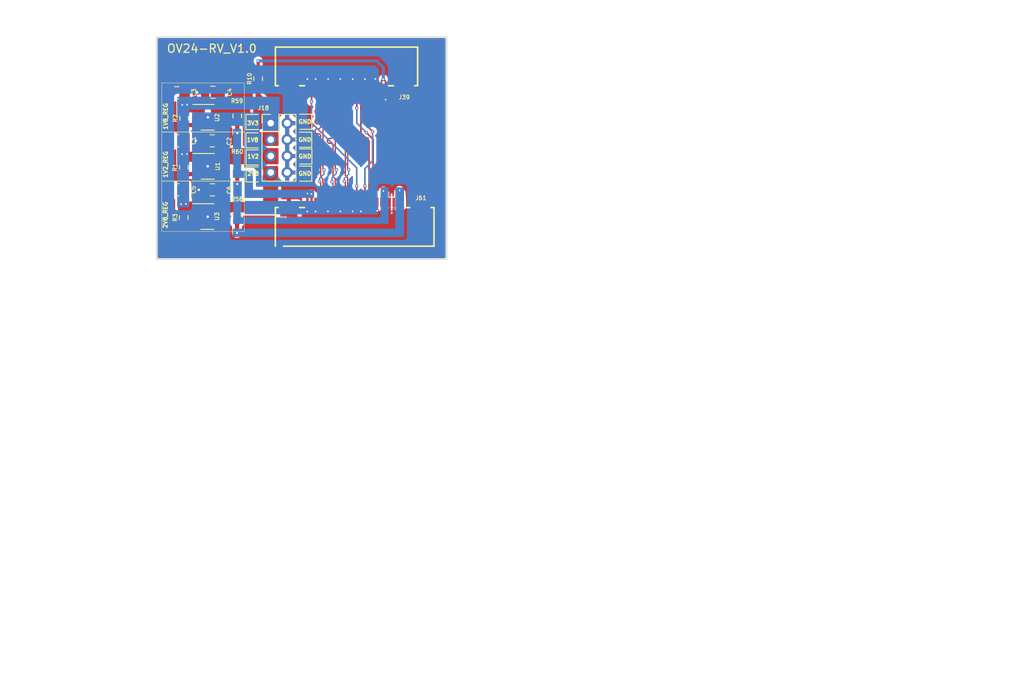
<source format=kicad_pcb>
(kicad_pcb (version 20241229) (generator "pcbnew") (generator_version "9.0")
  (layers (0 "F.Cu" jumper) (2 "B.Cu" signal) (13 "F.Paste" user) (15 "B.Paste" user) (5 "F.SilkS" user "F.Silkscreen") (7 "B.SilkS" user "B.Silkscreen") (1 "F.Mask" user) (3 "B.Mask" user) (25 "Edge.Cuts" user))
  (net 0 "")
  (net 1 "/MIPI_LVDS_CLK_P")
  (net 2 "/MIPI_LVDS_MCLK0")
  (net 3 "/MIPI_LVDS_D0_N")
  (net 4 "/MIPI_LVDS_D0_P")
  (net 5 "/MIPI_LVDS_RST")
  (net 6 "/MIPI_I2C_SCL")
  (net 7 "/MIPI_LVDS_D1_P")
  (net 8 "/MIPI_LVDS_CLK_N")
  (net 9 "/MIPI_LVDS_D1_N")
  (net 10 "Net-(J61-Pin_2)")
  (net 11 "/MIPI_I2C_SDA")
  (net 12 "/+3V3")
  (net 13 "GND")
  (net 17 "Net-(U1-EN)")
  (net 18 "Net-(U2-EN)")
  (net 19 "Net-(U3-EN)")
  (net 20 "VCC_3V3")
  (net 21 "AVDD2V8")
  (net 22 "DOVDD1V8")
  (net 23 "DVDD1V2")
  (net 24 "Net-(J61-Pin_23)")
  (net 25 "Net-(J61-Pin_19)")
  (footprint "Package_TO_SOT_SMD:SOT-23-5" (layer "F.Cu") (at 59.92375 75.55125)
    (property "Reference" "U1" (at 1.21 0 90) (layer "F.SilkS") (effects (font (size 0.5 0.5) (thickness 0.1))))
    (property "Value" "RT9080-12GJ5" (hide yes))
    (pad "1" smd roundrect (at -1.1375 -0.95) (size 1.325 0.6) (layers "F.Cu" "F.Mask" "F.Paste") (net 20 "VCC_3V3"))
    (pad "2" smd roundrect (at -1.1375 0) (size 1.325 0.6) (layers "F.Cu" "F.Mask" "F.Paste") (net 13 "GND"))
    (pad "3" smd roundrect (at -1.1375 0.95) (size 1.325 0.6) (layers "F.Cu" "F.Mask" "F.Paste") (net 17 "Net-(U1-EN)"))
    (pad "4" smd roundrect (at 1.1375 0.95) (size 1.325 0.6) (layers "F.Cu" "F.Mask" "F.Paste"))
    (pad "5" smd roundrect (at 1.1375 -0.95) (size 1.325 0.6) (layers "F.Cu" "F.Mask" "F.Paste") (net 23 "DVDD1V2"))
  )
  (footprint "Capacitor_SMD:C_0805_2012Metric" (layer "F.Cu") (at 56.15375 78.40125 180)
    (property "Reference" "C5" (at -2.04 -0.01 270) (layer "F.SilkS") (effects (font (size 0.5 0.5) (thickness 0.1))))
    (property "Value" "10uF" (hide yes))
    (pad "1" smd roundrect (at -0.95 0 180) (size 1 1.45) (layers "F.Cu" "F.Mask" "F.Paste") (net 20 "VCC_3V3"))
    (pad "2" smd roundrect (at 0.95 0 180) (size 1 1.45) (layers "F.Cu" "F.Mask" "F.Paste") (net 13 "GND"))
  )
  (footprint "Footprint Library:F32R1A7H111024" (layer "F.Cu") (at 77.29375 82.91625)
    (property "Reference" "J61" (at 8.56 -3.515 0) (layer "F.SilkS") (effects (font (size 0.5 0.5) (thickness 0.1) (bold yes))))
    (property "Value" "FFC SOCKET DR_BOTTOM 0.5MM -24P" (hide yes))
    (pad "1" smd rect (at -5.25 -3) (size 0.3 1.1) (layers "F.Cu" "F.Mask" "F.Paste") (net 13 "GND"))
    (pad "2" smd rect (at -4.75 -3) (size 0.3 1.1) (layers "F.Cu" "F.Mask" "F.Paste") (net 10 "Net-(J61-Pin_2)"))
    (pad "3" smd rect (at -4.25 -3) (size 0.3 1.1) (layers "F.Cu" "F.Mask" "F.Paste") (net 13 "GND"))
    (pad "4" smd rect (at -3.75 -3) (size 0.3 1.1) (layers "F.Cu" "F.Mask" "F.Paste") (net 3 "/MIPI_LVDS_D0_N"))
    (pad "5" smd rect (at -3.25 -3) (size 0.3 1.1) (layers "F.Cu" "F.Mask" "F.Paste") (net 4 "/MIPI_LVDS_D0_P"))
    (pad "6" smd rect (at -2.75 -3) (size 0.3 1.1) (layers "F.Cu" "F.Mask" "F.Paste") (net 13 "GND"))
    (pad "7" smd rect (at -2.25 -3) (size 0.3 1.1) (layers "F.Cu" "F.Mask" "F.Paste") (net 8 "/MIPI_LVDS_CLK_N"))
    (pad "8" smd rect (at -1.75 -3) (size 0.3 1.1) (layers "F.Cu" "F.Mask" "F.Paste") (net 1 "/MIPI_LVDS_CLK_P"))
    (pad "9" smd rect (at -1.25 -3) (size 0.3 1.1) (layers "F.Cu" "F.Mask" "F.Paste") (net 13 "GND"))
    (pad "10" smd rect (at -0.75 -3) (size 0.3 1.1) (layers "F.Cu" "F.Mask" "F.Paste") (net 9 "/MIPI_LVDS_D1_N"))
    (pad "11" smd rect (at -0.25 -3) (size 0.3 1.1) (layers "F.Cu" "F.Mask" "F.Paste") (net 7 "/MIPI_LVDS_D1_P"))
    (pad "12" smd rect (at 0.25 -3) (size 0.3 1.1) (layers "F.Cu" "F.Mask" "F.Paste") (net 13 "GND"))
    (pad "13" smd rect (at 0.75 -3) (size 0.3 1.1) (layers "F.Cu" "F.Mask" "F.Paste") (net 2 "/MIPI_LVDS_MCLK0"))
    (pad "14" smd rect (at 1.25 -3) (size 0.3 1.1) (layers "F.Cu" "F.Mask" "F.Paste") (net 13 "GND"))
    (pad "15" smd rect (at 1.75 -3) (size 0.3 1.1) (layers "F.Cu" "F.Mask" "F.Paste") (net 5 "/MIPI_LVDS_RST"))
    (pad "16" smd rect (at 2.25 -3) (size 0.3 1.1) (layers "F.Cu" "F.Mask" "F.Paste") (net 11 "/MIPI_I2C_SDA"))
    (pad "17" smd rect (at 2.75 -3) (size 0.3 1.1) (layers "F.Cu" "F.Mask" "F.Paste") (net 6 "/MIPI_I2C_SCL"))
    (pad "18" smd rect (at 3.25 -3) (size 0.3 1.1) (layers "F.Cu" "F.Mask" "F.Paste") (net 13 "GND"))
    (pad "19" smd rect (at 3.75 -3) (size 0.3 1.1) (layers "F.Cu" "F.Mask" "F.Paste") (net 25 "Net-(J61-Pin_19)"))
    (pad "20" smd rect (at 4.25 -3) (size 0.3 1.1) (layers "F.Cu" "F.Mask" "F.Paste") (net 25 "Net-(J61-Pin_19)"))
    (pad "21" smd rect (at 4.75 -3) (size 0.3 1.1) (layers "F.Cu" "F.Mask" "F.Paste") (net 13 "GND"))
    (pad "22" smd rect (at 5.25 -3) (size 0.3 1.1) (layers "F.Cu" "F.Mask" "F.Paste") (net 13 "GND"))
    (pad "23" smd rect (at 5.75 -3) (size 0.3 1.1) (layers "F.Cu" "F.Mask" "F.Paste") (net 24 "Net-(J61-Pin_23)"))
    (pad "24" smd rect (at 6.25 -3) (size 0.3 1.1) (layers "F.Cu" "F.Mask" "F.Paste") (net 24 "Net-(J61-Pin_23)"))
    (pad "25" smd rect (at -7.5 -2.05 90) (size 1.6 2.1) (layers "F.Cu" "F.Mask" "F.Paste") (net 13 "GND"))
    (pad "25" smd rect (at -7.1 -1.075 90) (size 0.35 1.3) (layers "F.Cu" "F.Mask" "F.Paste") (net 13 "GND"))
    (pad "26" smd rect (at 8.1 -1.075 90) (size 0.35 1.3) (layers "F.Cu" "F.Mask" "F.Paste") (net 13 "GND"))
    (pad "26" smd rect (at 8.5 -2.05 90) (size 1.6 2.1) (layers "F.Cu" "F.Mask" "F.Paste") (net 13 "GND"))
  )
  (footprint "Package_TO_SOT_SMD:SOT-23-5" (layer "F.Cu") (at 59.87375 81.66125)
    (property "Reference" "U3" (at 1.17 -0.02 90) (layer "F.SilkS") (effects (font (size 0.5 0.5) (thickness 0.1))))
    (property "Value" "RT9080-28GJ5" (hide yes))
    (pad "1" smd roundrect (at -1.1375 -0.95) (size 1.325 0.6) (layers "F.Cu" "F.Mask" "F.Paste") (net 20 "VCC_3V3"))
    (pad "2" smd roundrect (at -1.1375 0) (size 1.325 0.6) (layers "F.Cu" "F.Mask" "F.Paste") (net 13 "GND"))
    (pad "3" smd roundrect (at -1.1375 0.95) (size 1.325 0.6) (layers "F.Cu" "F.Mask" "F.Paste") (net 19 "Net-(U3-EN)"))
    (pad "4" smd roundrect (at 1.1375 0.95) (size 1.325 0.6) (layers "F.Cu" "F.Mask" "F.Paste"))
    (pad "5" smd roundrect (at 1.1375 -0.95) (size 1.325 0.6) (layers "F.Cu" "F.Mask" "F.Paste") (net 21 "AVDD2V8"))
  )
  (footprint "Capacitor_SMD:C_0805_2012Metric" (layer "F.Cu") (at 56.1425 72.44625 180)
    (property "Reference" "C1" (at -2.06125 0.015 90) (layer "F.SilkS") (effects (font (size 0.5 0.5) (thickness 0.1))))
    (property "Value" "10uF" (hide yes))
    (pad "1" smd roundrect (at -0.95 0 180) (size 1 1.45) (layers "F.Cu" "F.Mask" "F.Paste") (net 20 "VCC_3V3"))
    (pad "2" smd roundrect (at 0.95 0 180) (size 1 1.45) (layers "F.Cu" "F.Mask" "F.Paste") (net 13 "GND"))
  )
  (footprint "Capacitor_SMD:C_0805_2012Metric" (layer "F.Cu") (at 60.55375 66.54125 180)
    (property "Reference" "C4" (at -2.04 0 90) (layer "F.SilkS") (effects (font (size 0.5 0.5) (thickness 0.1))))
    (property "Value" "10uF" (hide yes))
    (pad "1" smd roundrect (at -0.95 0 180) (size 1 1.45) (layers "F.Cu" "F.Mask" "F.Paste") (net 22 "DOVDD1V8"))
    (pad "2" smd roundrect (at 0.95 0 180) (size 1 1.45) (layers "F.Cu" "F.Mask" "F.Paste") (net 13 "GND"))
  )
  (footprint "Connector_PinHeader_2.00mm:PinHeader_2x04_P2.00mm_Vertical" (layer "F.Cu") (at 67.58375 70.30125)
    (property "Reference" "J18" (at -0.89 -1.85 0) (layer "F.SilkS") (effects (font (size 0.5 0.5) (thickness 0.1) (bold yes))))
    (property "Value" "DNP")
    (pad "1" thru_hole rect (at 0 0) (size 1.35 1.35) (drill 0.8) (layers "*.Cu" "*.Mask") (net 20 "VCC_3V3"))
    (pad "2" thru_hole oval (at 2 0) (size 1.35 1.35) (drill 0.8) (layers "*.Cu" "*.Mask") (net 13 "GND"))
    (pad "3" thru_hole oval (at 0 2) (size 1.35 1.35) (drill 0.8) (layers "*.Cu" "*.Mask") (net 22 "DOVDD1V8"))
    (pad "4" thru_hole oval (at 2 2) (size 1.35 1.35) (drill 0.8) (layers "*.Cu" "*.Mask") (net 13 "GND"))
    (pad "5" thru_hole oval (at 0 4) (size 1.35 1.35) (drill 0.8) (layers "*.Cu" "*.Mask") (net 23 "DVDD1V2"))
    (pad "6" thru_hole oval (at 2 4) (size 1.35 1.35) (drill 0.8) (layers "*.Cu" "*.Mask") (net 13 "GND"))
    (pad "7" thru_hole oval (at 0 6) (size 1.35 1.35) (drill 0.8) (layers "*.Cu" "*.Mask") (net 21 "AVDD2V8"))
    (pad "8" thru_hole oval (at 2 6) (size 1.35 1.35) (drill 0.8) (layers "*.Cu" "*.Mask") (net 13 "GND"))
  )
  (footprint "Resistor_SMD:R_0603_1608Metric" (layer "F.Cu") (at 63.51375 69.41625 -90)
    (property "Reference" "R59" (at -1.815 0.03 180) (layer "F.SilkS") (effects (font (size 0.5 0.5) (thickness 0.1))))
    (property "Value" "0R")
    (pad "1" smd roundrect (at -0.825 0 270) (size 0.8 0.95) (layers "F.Cu" "F.Mask" "F.Paste") (net 22 "DOVDD1V8"))
    (pad "2" smd roundrect (at 0.825 0 270) (size 0.8 0.95) (layers "F.Cu" "F.Mask" "F.Paste") (net 10 "Net-(J61-Pin_2)"))
  )
  (footprint "Package_TO_SOT_SMD:SOT-23-5" (layer "F.Cu") (at 59.91 69.58625)
    (property "Reference" "U2" (at 1.16375 0.035 90) (layer "F.SilkS") (effects (font (size 0.5 0.5) (thickness 0.1))))
    (property "Value" "RT9080-18GJ5" (hide yes))
    (pad "1" smd roundrect (at -1.1375 -0.95) (size 1.325 0.6) (layers "F.Cu" "F.Mask" "F.Paste") (net 20 "VCC_3V3"))
    (pad "2" smd roundrect (at -1.1375 0) (size 1.325 0.6) (layers "F.Cu" "F.Mask" "F.Paste") (net 13 "GND"))
    (pad "3" smd roundrect (at -1.1375 0.95) (size 1.325 0.6) (layers "F.Cu" "F.Mask" "F.Paste") (net 18 "Net-(U2-EN)"))
    (pad "4" smd roundrect (at 1.1375 0.95) (size 1.325 0.6) (layers "F.Cu" "F.Mask" "F.Paste"))
    (pad "5" smd roundrect (at 1.1375 -0.95) (size 1.325 0.6) (layers "F.Cu" "F.Mask" "F.Paste") (net 22 "DOVDD1V8"))
  )
  (footprint "Capacitor_SMD:C_0805_2012Metric" (layer "F.Cu") (at 60.4625 72.44625 180)
    (property "Reference" "C2" (at -2.07125 -0.055 90) (layer "F.SilkS") (effects (font (size 0.5 0.5) (thickness 0.1))))
    (property "Value" "10uF" (hide yes))
    (pad "1" smd roundrect (at -0.95 0 180) (size 1 1.45) (layers "F.Cu" "F.Mask" "F.Paste") (net 23 "DVDD1V2"))
    (pad "2" smd roundrect (at 0.95 0 180) (size 1 1.45) (layers "F.Cu" "F.Mask" "F.Paste") (net 13 "GND"))
  )
  (footprint "Resistor_SMD:R_0603_1608Metric" (layer "F.Cu") (at 66.05375 64.89125 90)
    (property "Reference" "R10" (at 0 -1.05 90) (layer "F.SilkS") (effects (font (size 0.5 0.5) (thickness 0.1))))
    (property "Value" "0R")
    (pad "1" smd roundrect (at -0.825 0 90) (size 0.8 0.95) (layers "F.Cu" "F.Mask" "F.Paste") (net 20 "VCC_3V3"))
    (pad "2" smd roundrect (at 0.825 0 90) (size 0.8 0.95) (layers "F.Cu" "F.Mask" "F.Paste") (net 12 "/+3V3"))
  )
  (footprint "Footprint Library:F32R1A7H111020" (layer "F.Cu") (at 76.30375 63.39925 180)
    (property "Reference" "J39" (at -7.52 -3.752 0) (layer "F.SilkS") (effects (font (size 0.5 0.5) (thickness 0.1) (bold yes))))
    (property "Value" "FFC SOCKET DR_BOTTOM 0.5MM -20P" (hide yes))
    (pad "1" smd rect (at -5.25 -3 180) (size 0.3 1.1) (layers "F.Cu" "F.Mask" "F.Paste") (net 12 "/+3V3"))
    (pad "2" smd rect (at -4.75 -3 180) (size 0.3 1.1) (layers "F.Cu" "F.Mask" "F.Paste") (net 12 "/+3V3"))
    (pad "3" smd rect (at -4.25 -3 180) (size 0.3 1.1) (layers "F.Cu" "F.Mask" "F.Paste") (net 13 "GND"))
    (pad "4" smd rect (at -3.75 -3 180) (size 0.3 1.1) (layers "F.Cu" "F.Mask" "F.Paste") (net 13 "GND"))
    (pad "5" smd rect (at -3.25 -3 180) (size 0.3 1.1) (layers "F.Cu" "F.Mask" "F.Paste") (net 5 "/MIPI_LVDS_RST"))
    (pad "6" smd rect (at -2.75 -3 180) (size 0.3 1.1) (layers "F.Cu" "F.Mask" "F.Paste") (net 13 "GND"))
    (pad "7" smd rect (at -2.25 -3 180) (size 0.3 1.1) (layers "F.Cu" "F.Mask" "F.Paste") (net 11 "/MIPI_I2C_SDA"))
    (pad "8" smd rect (at -1.75 -3 180) (size 0.3 1.1) (layers "F.Cu" "F.Mask" "F.Paste") (net 6 "/MIPI_I2C_SCL"))
    (pad "9" smd rect (at -1.25 -3 180) (size 0.3 1.1) (layers "F.Cu" "F.Mask" "F.Paste") (net 13 "GND"))
    (pad "10" smd rect (at -0.75 -3 180) (size 0.3 1.1) (layers "F.Cu" "F.Mask" "F.Paste") (net 9 "/MIPI_LVDS_D1_N"))
    (pad "11" smd rect (at -0.25 -3 180) (size 0.3 1.1) (layers "F.Cu" "F.Mask" "F.Paste") (net 7 "/MIPI_LVDS_D1_P"))
    (pad "12" smd rect (at 0.25 -3 180) (size 0.3 1.1) (layers "F.Cu" "F.Mask" "F.Paste") (net 13 "GND"))
    (pad "13" smd rect (at 0.75 -3 180) (size 0.3 1.1) (layers "F.Cu" "F.Mask" "F.Paste") (net 8 "/MIPI_LVDS_CLK_N"))
    (pad "14" smd rect (at 1.25 -3 180) (size 0.3 1.1) (layers "F.Cu" "F.Mask" "F.Paste") (net 1 "/MIPI_LVDS_CLK_P"))
    (pad "15" smd rect (at 1.75 -3 180) (size 0.3 1.1) (layers "F.Cu" "F.Mask" "F.Paste") (net 13 "GND"))
    (pad "16" smd rect (at 2.25 -3 180) (size 0.3 1.1) (layers "F.Cu" "F.Mask" "F.Paste") (net 3 "/MIPI_LVDS_D0_N"))
    (pad "17" smd rect (at 2.75 -3 180) (size 0.3 1.1) (layers "F.Cu" "F.Mask" "F.Paste") (net 4 "/MIPI_LVDS_D0_P"))
    (pad "18" smd rect (at 3.25 -3 180) (size 0.3 1.1) (layers "F.Cu" "F.Mask" "F.Paste") (net 13 "GND"))
    (pad "19" smd rect (at 3.75 -3 180) (size 0.3 1.1) (layers "F.Cu" "F.Mask" "F.Paste") (net 2 "/MIPI_LVDS_MCLK0"))
    (pad "20" smd rect (at 4.25 -3 180) (size 0.3 1.1) (layers "F.Cu" "F.Mask" "F.Paste") (net 13 "GND"))
    (pad "21" smd rect (at -7.5 -2.05 270) (size 1.6 2.1) (layers "F.Cu" "F.Mask" "F.Paste") (net 13 "GND"))
    (pad "21" smd rect (at -7.1 -1.075 270) (size 0.35 1.3) (layers "F.Cu" "F.Mask" "F.Paste") (net 13 "GND"))
    (pad "22" smd rect (at 6.1 -1.075 270) (size 0.35 1.3) (layers "F.Cu" "F.Mask" "F.Paste") (net 13 "GND"))
    (pad "22" smd rect (at 6.5 -2.05 270) (size 1.6 2.1) (layers "F.Cu" "F.Mask" "F.Paste") (net 13 "GND"))
  )
  (footprint "Resistor_SMD:R_0603_1608Metric" (layer "F.Cu") (at 63.51375 75.66625 -90)
    (property "Reference" "R60" (at -1.9 0 180) (layer "F.SilkS") (effects (font (size 0.5 0.5) (thickness 0.1))))
    (property "Value" "0R")
    (pad "1" smd roundrect (at -0.825 0 270) (size 0.8 0.95) (layers "F.Cu" "F.Mask" "F.Paste") (net 23 "DVDD1V2"))
    (pad "2" smd roundrect (at 0.825 0 270) (size 0.8 0.95) (layers "F.Cu" "F.Mask" "F.Paste") (net 25 "Net-(J61-Pin_19)"))
  )
  (footprint "Resistor_SMD:R_0603_1608Metric" (layer "F.Cu") (at 57.01375 75.67125 -90)
    (property "Reference" "R1" (at 0.01 1.07 90) (layer "F.SilkS") (effects (font (size 0.5 0.5) (thickness 0.1))))
    (property "Value" "5K" (hide yes))
    (pad "1" smd roundrect (at -0.825 0 270) (size 0.8 0.95) (layers "F.Cu" "F.Mask" "F.Paste") (net 20 "VCC_3V3"))
    (pad "2" smd roundrect (at 0.825 0 270) (size 0.8 0.95) (layers "F.Cu" "F.Mask" "F.Paste") (net 17 "Net-(U1-EN)"))
  )
  (footprint "Resistor_SMD:R_0603_1608Metric" (layer "F.Cu") (at 57.0575 69.70625 -90)
    (property "Reference" "R2" (at -0.005 1.07375 90) (layer "F.SilkS") (effects (font (size 0.5 0.5) (thickness 0.1))))
    (property "Value" "5K" (hide yes))
    (pad "1" smd roundrect (at -0.825 0 270) (size 0.8 0.95) (layers "F.Cu" "F.Mask" "F.Paste") (net 20 "VCC_3V3"))
    (pad "2" smd roundrect (at 0.825 0 270) (size 0.8 0.95) (layers "F.Cu" "F.Mask" "F.Paste") (net 18 "Net-(U2-EN)"))
  )
  (footprint "Resistor_SMD:R_0603_1608Metric" (layer "F.Cu") (at 63.48375 81.38375 -90)
    (property "Reference" "R58" (at -1.8425 -0.01 180) (layer "F.SilkS") (effects (font (size 0.5 0.5) (thickness 0.1))))
    (property "Value" "0R")
    (pad "1" smd roundrect (at -0.825 0 270) (size 0.8 0.95) (layers "F.Cu" "F.Mask" "F.Paste") (net 21 "AVDD2V8"))
    (pad "2" smd roundrect (at 0.825 0 270) (size 0.8 0.95) (layers "F.Cu" "F.Mask" "F.Paste") (net 24 "Net-(J61-Pin_23)"))
  )
  (footprint "Resistor_SMD:R_0603_1608Metric" (layer "F.Cu") (at 57.00375 81.79125 -90)
    (property "Reference" "R3" (at 0 1.05 90) (layer "F.SilkS") (effects (font (size 0.5 0.5) (thickness 0.1))))
    (property "Value" "5K" (hide yes))
    (pad "1" smd roundrect (at -0.825 0 270) (size 0.8 0.95) (layers "F.Cu" "F.Mask" "F.Paste") (net 20 "VCC_3V3"))
    (pad "2" smd roundrect (at 0.825 0 270) (size 0.8 0.95) (layers "F.Cu" "F.Mask" "F.Paste") (net 19 "Net-(U3-EN)"))
  )
  (footprint "Capacitor_SMD:C_0805_2012Metric" (layer "F.Cu") (at 60.49375 78.41125 180)
    (property "Reference" "C6" (at -2.06 -0.03 90) (layer "F.SilkS") (effects (font (size 0.5 0.5) (thickness 0.1))))
    (property "Value" "10uF" (hide yes))
    (pad "1" smd roundrect (at -0.95 0 180) (size 1 1.45) (layers "F.Cu" "F.Mask" "F.Paste") (net 21 "AVDD2V8"))
    (pad "2" smd roundrect (at 0.95 0 180) (size 1 1.45) (layers "F.Cu" "F.Mask" "F.Paste") (net 13 "GND"))
  )
  (footprint "Capacitor_SMD:C_0805_2012Metric" (layer "F.Cu") (at 56.15375 66.60125 180)
    (property "Reference" "C3" (at -2.09 0.02 90) (layer "F.SilkS") (effects (font (size 0.5 0.5) (thickness 0.1))))
    (property "Value" "10uF" (hide yes))
    (pad "1" smd roundrect (at -0.95 0 180) (size 1 1.45) (layers "F.Cu" "F.Mask" "F.Paste") (net 20 "VCC_3V3"))
    (pad "2" smd roundrect (at 0.95 0 180) (size 1 1.45) (layers "F.Cu" "F.Mask" "F.Paste") (net 13 "GND"))
  )
  (gr_line (start 72.58375 71.05125) (end 72.58375 69.21125) (stroke (width 0.12)) (layer "F.SilkS"))
  (gr_line (start 71.09375 77.36125) (end 72.57375 77.36125) (stroke (width 0.12)) (layer "F.SilkS"))
  (gr_line (start 66.04375 69.24125) (end 64.56375 69.24125) (stroke (width 0.12)) (layer "F.SilkS"))
  (gr_line (start 71.11375 75.27125) (end 72.59375 75.27125) (stroke (width 0.12)) (layer "F.SilkS"))
  (gr_line (start 72.57375 73.24125) (end 72.57375 71.40125) (stroke (width 0.12)) (layer "F.SilkS"))
  (gr_line (start 72.57375 77.36125) (end 72.57375 75.52125) (stroke (width 0.12)) (layer "F.SilkS"))
  (gr_line (start 72.57375 75.52125) (end 71.07375 75.52125) (stroke (width 0.12)) (layer "F.SilkS"))
  (gr_line (start 66.06375 73.55125) (end 64.58375 73.55125) (stroke (width 0.12)) (layer "F.SilkS"))
  (gr_line (start 64.56375 73.31125) (end 66.06375 73.31125) (stroke (width 0.12)) (layer "F.SilkS"))
  (gr_line (start 71.09375 73.24125) (end 72.57375 73.24125) (stroke (width 0.12)) (layer "F.SilkS"))
  (gr_line (start 64.56375 69.24125) (end 64.56375 71.08125) (stroke (width 0.12)) (layer "F.SilkS"))
  (gr_rect (start 54.32375 71.38125) (end 64.37375 77.35125) (stroke (width 0.05)) (fill no) (layer "F.SilkS"))
  (gr_line (start 64.58375 75.39125) (end 66.08375 75.39125) (stroke (width 0.12)) (layer "F.SilkS"))
  (gr_line (start 72.57375 71.40125) (end 71.07375 71.40125) (stroke (width 0.12)) (layer "F.SilkS"))
  (gr_line (start 66.07375 75.61125) (end 64.59375 75.61125) (stroke (width 0.12)) (layer "F.SilkS"))
  (gr_line (start 64.58375 73.55125) (end 64.58375 75.39125) (stroke (width 0.12)) (layer "F.SilkS"))
  (gr_line (start 71.10375 71.05125) (end 72.58375 71.05125) (stroke (width 0.12)) (layer "F.SilkS"))
  (gr_line (start 72.59375 73.43125) (end 71.09375 73.43125) (stroke (width 0.12)) (layer "F.SilkS"))
  (gr_line (start 64.56375 71.47125) (end 64.56375 73.31125) (stroke (width 0.12)) (layer "F.SilkS"))
  (gr_line (start 66.04375 71.47125) (end 64.56375 71.47125) (stroke (width 0.12)) (layer "F.SilkS"))
  (gr_line (start 64.59375 77.45125) (end 66.09375 77.45125) (stroke (width 0.12)) (layer "F.SilkS"))
  (gr_line (start 64.56375 71.08125) (end 66.06375 71.08125) (stroke (width 0.12)) (layer "F.SilkS"))
  (gr_line (start 72.59375 75.27125) (end 72.59375 73.43125) (stroke (width 0.12)) (layer "F.SilkS"))
  (gr_rect (start 54.32375 65.41125) (end 64.37375 71.38125) (stroke (width 0.05)) (fill no) (layer "F.SilkS"))
  (gr_rect (start 54.32375 77.35125) (end 64.37375 83.48125) (stroke (width 0.05)) (fill no) (layer "F.SilkS"))
  (gr_line (start 64.59375 75.61125) (end 64.59375 77.45125) (stroke (width 0.12)) (layer "F.SilkS"))
  (gr_line (start 72.58375 69.21125) (end 71.08375 69.21125) (stroke (width 0.12)) (layer "F.SilkS"))
  (gr_rect (start 53.68625 59.80125) (end 89.00375 86.87125) (stroke (width 0.1)) (fill no) (layer "Edge.Cuts"))
  (gr_text "1V2" (at 64.66375 74.65125 0) (layer "F.SilkS") (effects (font (size 0.5 0.5) (thickness 0.125) (bold yes)) (justify left bottom)))
  (gr_text "OV24-RV_V1.0" (at 54.87375 61.81125 0) (layer "F.SilkS") (effects (font (size 1 1)) (justify left bottom)))
  (gr_text "GND" (at 70.91375 74.64125 0) (layer "F.SilkS") (effects (font (size 0.5 0.5) (thickness 0.125) (bold yes)) (justify left bottom)))
  (gr_text "1V8_REG" (at 55.09375 71.16125 90) (layer "F.SilkS") (effects (font (size 0.5 0.5) (thickness 0.125) (bold yes)) (justify left bottom)))
  (gr_text "3V3" (at 64.63375 70.59125 0) (layer "F.SilkS") (effects (font (size 0.5 0.5) (thickness 0.125) (bold yes)) (justify left bottom)))
  (gr_text "2V8_REG" (at 55.06375 83.16125 90) (layer "F.SilkS") (effects (font (size 0.5 0.5) (thickness 0.125) (bold yes)) (justify left bottom)))
  (gr_text "GND" (at 70.89375 72.61125 0) (layer "F.SilkS") (effects (font (size 0.5 0.5) (thickness 0.125) (bold yes)) (justify left bottom)))
  (gr_text "2V8" (at 64.67375 76.73125 0) (layer "F.SilkS") (effects (font (size 0.5 0.5) (thickness 0.125) (bold yes)) (justify left bottom)))
  (gr_text "1V8" (at 64.60375 72.63125 0) (layer "F.SilkS") (effects (font (size 0.5 0.5) (thickness 0.125) (bold yes)) (justify left bottom)))
  (gr_text "GND" (at 70.89375 76.73125 0) (layer "F.SilkS") (effects (font (size 0.5 0.5) (thickness 0.125) (bold yes)) (justify left bottom)))
  (gr_text "1V2_REG" (at 55.09375 77.01125 90) (layer "F.SilkS") (effects (font (size 0.5 0.5) (thickness 0.125) (bold yes)) (justify left bottom)))
  (gr_text "GND" (at 70.90375 70.42125 0) (layer "F.SilkS") (effects (font (size 0.5 0.5) (thickness 0.125) (bold yes)) (justify left bottom)))
  (segment (start 75.43345 78.980949) (end 75.54375 79.091249) (width 0.1524) (layer "F.Cu") (net 1))
  (segment (start 74.86405 69.760433) (end 74.771045 69.760433) (width 0.1524) (layer "F.Cu") (net 1))
  (segment (start 74.771048 71.560433) (end 74.86405 71.560433) (width 0.1524) (layer "F.Cu") (net 1))
  (segment (start 74.77104 69.160433) (end 74.86405 69.160433) (width 0.1524) (layer "F.Cu") (net 1))
  (segment (start 75.54375 79.091249) (end 75.54375 79.91625) (width 0.1524) (layer "F.Cu") (net 1))
  (segment (start 75.43345 77.06095) (end 75.43345 78.980949) (width 0.1524) (layer "F.Cu") (net 1))
  (segment (start 75.16405 73.060433) (end 75.16405 73.084259) (width 0.1524) (layer "F.Cu") (net 1))
  (segment (start 75.16405 67.334551) (end 75.16405 68.260433) (width 0.1524) (layer "F.Cu") (net 1))
  (segment (start 75.05375 67.224251) (end 75.16405 67.334551) (width 0.1524) (layer "F.Cu") (net 1))
  (segment (start 75.05375 66.39925) (end 75.05375 67.224251) (width 0.1524) (layer "F.Cu") (net 1))
  (segment (start 74.86405 68.560433) (end 74.77104 68.560433) (width 0.1524) (layer "F.Cu") (net 1))
  (segment (start 74.771045 70.360433) (end 74.86405 70.360433) (width 0.1524) (layer "F.Cu") (net 1))
  (segment (start 74.77105 72.760433) (end 74.86405 72.760433) (width 0.1524) (layer "F.Cu") (net 1))
  (segment (start 74.86405 72.160433) (end 74.77105 72.160433) (width 0.1524) (layer "F.Cu") (net 1))
  (segment (start 75.16405 76.79155) (end 75.43345 77.06095) (width 0.1524) (layer "F.Cu") (net 1))
  (segment (start 74.86405 70.960433) (end 74.771048 70.960433) (width 0.1524) (layer "F.Cu") (net 1))
  (segment (start 75.16405 73.084259) (end 75.16405 76.79155) (width 0.1524) (layer "F.Cu") (net 1))
  (arc (start 74.471045 70.060433) (mid 74.558913 70.272565) (end 74.771045 70.360433) (width 0.1524) (layer "F.Cu") (net 1))
  (arc (start 75.16405 71.860433) (mid 75.076182 72.072565) (end 74.86405 72.160433) (width 0.1524) (layer "F.Cu") (net 1))
  (arc (start 74.86405 70.360433) (mid 75.076182 70.448301) (end 75.16405 70.660433) (width 0.1524) (layer "F.Cu") (net 1))
  (arc (start 74.471048 71.260433) (mid 74.558916 71.472565) (end 74.771048 71.560433) (width 0.1524) (layer "F.Cu") (net 1))
  (arc (start 74.47105 72.460433) (mid 74.558918 72.672565) (end 74.77105 72.760433) (width 0.1524) (layer "F.Cu") (net 1))
  (arc (start 74.86405 72.760433) (mid 75.076182 72.848301) (end 75.16405 73.060433) (width 0.1524) (layer "F.Cu") (net 1))
  (arc (start 74.47104 68.860433) (mid 74.558908 69.072565) (end 74.77104 69.160433) (width 0.1524) (layer "F.Cu") (net 1))
  (arc (start 75.16405 68.260433) (mid 75.076182 68.472565) (end 74.86405 68.560433) (width 0.1524) (layer "F.Cu") (net 1))
  (arc (start 74.771048 70.960433) (mid 74.558916 71.048301) (end 74.471048 71.260433) (width 0.1524) (layer "F.Cu") (net 1))
  (arc (start 74.77104 68.560433) (mid 74.558908 68.648301) (end 74.47104 68.860433) (width 0.1524) (layer "F.Cu") (net 1))
  (arc (start 75.16405 70.660433) (mid 75.076182 70.872565) (end 74.86405 70.960433) (width 0.1524) (layer "F.Cu") (net 1))
  (arc (start 74.771045 69.760433) (mid 74.558913 69.848301) (end 74.471045 70.060433) (width 0.1524) (layer "F.Cu") (net 1))
  (arc (start 74.86405 71.560433) (mid 75.076182 71.648301) (end 75.16405 71.860433) (width 0.1524) (layer "F.Cu") (net 1))
  (arc (start 74.77105 72.160433) (mid 74.558918 72.248301) (end 74.47105 72.460433) (width 0.1524) (layer "F.Cu") (net 1))
  (arc (start 75.16405 69.460433) (mid 75.076182 69.672565) (end 74.86405 69.760433) (width 0.1524) (layer "F.Cu") (net 1))
  (arc (start 74.86405 69.160433) (mid 75.076182 69.248301) (end 75.16405 69.460433) (width 0.1524) (layer "F.Cu") (net 1))
  (segment (start 72.55375 66.39925) (end 72.55375 67.66125) (width 0.2) (layer "F.Cu") (net 2))
  (segment (start 72.55375 67.66125) (end 72.54375 67.67125) (width 0.2) (layer "F.Cu") (net 2))
  (segment (start 78.04375 79.91625) (end 78.04375 77.94125) (width 0.2) (layer "F.Cu") (net 2))
  (via (at 78.04375 77.94125) (size 0.4) (drill 0.2) (layers "F.Cu" "B.Cu") (net 2))
  (via (at 72.54375 67.67125) (size 0.4) (drill 0.2) (layers "F.Cu" "B.Cu") (net 2))
  (segment (start 72.54375 70.25125) (end 72.54375 67.67125) (width 0.2) (layer "B.Cu") (net 2))
  (segment (start 78.04375 77.94125) (end 78.04375 75.75125) (width 0.2) (layer "B.Cu") (net 2))
  (segment (start 78.04375 75.75125) (end 72.54375 70.25125) (width 0.2) (layer "B.Cu") (net 2))
  (segment (start 74.06725 75.99125) (end 73.94345 75.86745) (width 0.1524) (layer "F.Cu") (net 3))
  (segment (start 73.94345 75.86745) (end 73.94345 67.334551) (width 0.1524) (layer "F.Cu") (net 3))
  (segment (start 73.94345 67.334551) (end 74.05375 67.224251) (width 0.1524) (layer "F.Cu") (net 3))
  (segment (start 73.54375 79.091249) (end 73.54375 79.91625) (width 0.1524) (layer "F.Cu") (net 3))
  (segment (start 73.65405 78.980949) (end 73.54375 79.091249) (width 0.1524) (layer "F.Cu") (net 3))
  (segment (start 74.05375 67.224251) (end 74.05375 66.39925) (width 0.1524) (layer "F.Cu") (net 3))
  (segment (start 73.53025 77.40125) (end 73.65405 77.52505) (width 0.1524) (layer "F.Cu") (net 3))
  (segment (start 73.65405 77.52505) (end 73.65405 78.980949) (width 0.1524) (layer "F.Cu") (net 3))
  (via (at 74.06725 75.99125) (size 0.4) (drill 0.2) (layers "F.Cu" "B.Cu") (net 3))
  (via (at 73.53025 77.40125) (size 0.4) (drill 0.2) (layers "F.Cu" "B.Cu") (net 3))
  (segment (start 74.06725 76.48775) (end 73.53025 77.02475) (width 0.1524) (layer "B.Cu") (net 3))
  (segment (start 73.53025 77.02475) (end 73.53025 77.40125) (width 0.1524) (layer "B.Cu") (net 3))
  (segment (start 74.06725 75.99125) (end 74.06725 76.48775) (width 0.1524) (layer "B.Cu") (net 3))
  (segment (start 73.271024 69.189647) (end 73.36405 69.189647) (width 0.1524) (layer "F.Cu") (net 4))
  (segment (start 73.36405 68.589647) (end 73.271024 68.589647) (width 0.1524) (layer "F.Cu") (net 4))
  (segment (start 73.66405 73.113472) (end 73.66405 76.85155) (width 0.1524) (layer "F.Cu") (net 4))
  (segment (start 73.93345 77.12095) (end 73.93345 78.980949) (width 0.1524) (layer "F.Cu") (net 4))
  (segment (start 73.93345 78.980949) (end 74.04375 79.091249) (width 0.1524) (layer "F.Cu") (net 4))
  (segment (start 73.66405 67.334551) (end 73.66405 68.289647) (width 0.1524) (layer "F.Cu") (net 4))
  (segment (start 73.66405 73.089647) (end 73.66405 73.113472) (width 0.1524) (layer "F.Cu") (net 4))
  (segment (start 73.55375 67.224251) (end 73.66405 67.334551) (width 0.1524) (layer "F.Cu") (net 4))
  (segment (start 73.271024 70.389647) (end 73.36405 70.389647) (width 0.1524) (layer "F.Cu") (net 4))
  (segment (start 74.04375 79.091249) (end 74.04375 79.91625) (width 0.1524) (layer "F.Cu") (net 4))
  (segment (start 73.271024 72.789647) (end 73.36405 72.789647) (width 0.1524) (layer "F.Cu") (net 4))
  (segment (start 73.36405 69.789647) (end 73.271024 69.789647) (width 0.1524) (layer "F.Cu") (net 4))
  (segment (start 73.36405 70.989647) (end 73.271024 70.989647) (width 0.1524) (layer "F.Cu") (net 4))
  (segment (start 73.271024 71.589647) (end 73.36405 71.589647) (width 0.1524) (layer "F.Cu") (net 4))
  (segment (start 73.36405 72.189647) (end 73.271024 72.189647) (width 0.1524) (layer "F.Cu") (net 4))
  (segment (start 73.66405 76.85155) (end 73.93345 77.12095) (width 0.1524) (layer "F.Cu") (net 4))
  (segment (start 73.55375 66.39925) (end 73.55375 67.224251) (width 0.1524) (layer "F.Cu") (net 4))
  (arc (start 73.36405 72.789647) (mid 73.576182 72.877515) (end 73.66405 73.089647) (width 0.1524) (layer "F.Cu") (net 4))
  (arc (start 72.971024 71.289647) (mid 73.058892 71.501779) (end 73.271024 71.589647) (width 0.1524) (layer "F.Cu") (net 4))
  (arc (start 72.971024 68.889647) (mid 73.058892 69.101779) (end 73.271024 69.189647) (width 0.1524) (layer "F.Cu") (net 4))
  (arc (start 73.36405 69.189647) (mid 73.576182 69.277515) (end 73.66405 69.489647) (width 0.1524) (layer "F.Cu") (net 4))
  (arc (start 72.971024 72.489647) (mid 73.058892 72.701779) (end 73.271024 72.789647) (width 0.1524) (layer "F.Cu") (net 4))
  (arc (start 73.66405 68.289647) (mid 73.576182 68.501779) (end 73.36405 68.589647) (width 0.1524) (layer "F.Cu") (net 4))
  (arc (start 73.36405 70.389647) (mid 73.576182 70.477515) (end 73.66405 70.689647) (width 0.1524) (layer "F.Cu") (net 4))
  (arc (start 73.271024 69.789647) (mid 73.058892 69.877515) (end 72.971024 70.089647) (width 0.1524) (layer "F.Cu") (net 4))
  (arc (start 72.971024 70.089647) (mid 73.058892 70.301779) (end 73.271024 70.389647) (width 0.1524) (layer "F.Cu") (net 4))
  (arc (start 73.271024 68.589647) (mid 73.058892 68.677515) (end 72.971024 68.889647) (width 0.1524) (layer "F.Cu") (net 4))
  (arc (start 73.66405 69.489647) (mid 73.576182 69.701779) (end 73.36405 69.789647) (width 0.1524) (layer "F.Cu") (net 4))
  (arc (start 73.271024 72.189647) (mid 73.058892 72.277515) (end 72.971024 72.489647) (width 0.1524) (layer "F.Cu") (net 4))
  (arc (start 73.66405 71.889647) (mid 73.576182 72.101779) (end 73.36405 72.189647) (width 0.1524) (layer "F.Cu") (net 4))
  (arc (start 73.36405 71.589647) (mid 73.576182 71.677515) (end 73.66405 71.889647) (width 0.1524) (layer "F.Cu") (net 4))
  (arc (start 73.271024 70.989647) (mid 73.058892 71.077515) (end 72.971024 71.289647) (width 0.1524) (layer "F.Cu") (net 4))
  (arc (start 73.66405 70.689647) (mid 73.576182 70.901779) (end 73.36405 70.989647) (width 0.1524) (layer "F.Cu") (net 4))
  (segment (start 79.55375 70.89125) (end 79.97375 71.31125) (width 0.2) (layer "F.Cu") (net 5))
  (segment (start 79.55375 66.39925) (end 79.55375 70.89125) (width 0.2) (layer "F.Cu") (net 5))
  (segment (start 79.04375 79.91625) (end 79.04375 77.93125) (width 0.2) (layer "F.Cu") (net 5))
  (via (at 79.04375 77.93125) (size 0.4) (drill 0.2) (layers "F.Cu" "B.Cu") (net 5))
  (via (at 79.97375 71.31125) (size 0.4) (drill 0.2) (layers "F.Cu" "B.Cu") (net 5))
  (segment (start 79.04375 75.83125) (end 79.97375 74.90125) (width 0.2) (layer "B.Cu") (net 5))
  (segment (start 79.97375 74.90125) (end 79.97375 71.31125) (width 0.2) (layer "B.Cu") (net 5))
  (segment (start 79.04375 77.93125) (end 79.04375 75.83125) (width 0.2) (layer "B.Cu") (net 5))
  (segment (start 80.04375 72.27125) (end 79.22375 71.45125) (width 0.2) (layer "F.Cu") (net 6))
  (segment (start 80.04375 79.91625) (end 80.04375 72.27125) (width 0.2) (layer "F.Cu") (net 6))
  (segment (start 78.05375 68.47125) (end 78.05375 66.39925) (width 0.2) (layer "F.Cu") (net 6))
  (via (at 79.22375 71.45125) (size 0.4) (drill 0.2) (layers "F.Cu" "B.Cu") (net 6))
  (via (at 78.05375 68.47125) (size 0.4) (drill 0.2) (layers "F.Cu" "B.Cu") (net 6))
  (segment (start 78.05375 70.28125) (end 78.05375 68.47125) (width 0.2) (layer "B.Cu") (net 6))
  (segment (start 79.22375 71.45125) (end 78.05375 70.28125) (width 0.2) (layer "B.Cu") (net 6))
  (segment (start 76.93345 78.980949) (end 77.04375 79.091249) (width 0.1524) (layer "F.Cu") (net 7))
  (segment (start 76.66405 73.41302) (end 76.66405 76.65155) (width 0.1524) (layer "F.Cu") (net 7))
  (segment (start 76.36405 72.148478) (end 76.271121 72.148478) (width 0.1524) (layer "F.Cu") (net 7))
  (segment (start 76.36405 70.948478) (end 76.271137 70.948478) (width 0.1524) (layer "F.Cu") (net 7))
  (segment (start 76.93345 76.92095) (end 76.93345 78.980949) (width 0.1524) (layer "F.Cu") (net 7))
  (segment (start 76.36405 69.748478) (end 76.271137 69.748478) (width 0.1524) (layer "F.Cu") (net 7))
  (segment (start 76.55375 66.39925) (end 76.55375 67.224251) (width 0.1524) (layer "F.Cu") (net 7))
  (segment (start 76.55375 67.224251) (end 76.66405 67.334551) (width 0.1524) (layer "F.Cu") (net 7))
  (segment (start 76.66405 73.048478) (end 76.66405 73.41302) (width 0.1524) (layer "F.Cu") (net 7))
  (segment (start 76.271121 72.748478) (end 76.36405 72.748478) (width 0.1524) (layer "F.Cu") (net 7))
  (segment (start 76.271137 71.548478) (end 76.36405 71.548478) (width 0.1524) (layer "F.Cu") (net 7))
  (segment (start 76.271137 70.348478) (end 76.36405 70.348478) (width 0.1524) (layer "F.Cu") (net 7))
  (segment (start 77.04375 79.091249) (end 77.04375 79.91625) (width 0.1524) (layer "F.Cu") (net 7))
  (segment (start 76.36405 68.548478) (end 76.271137 68.548478) (width 0.1524) (layer "F.Cu") (net 7))
  (segment (start 76.271137 69.148478) (end 76.36405 69.148478) (width 0.1524) (layer "F.Cu") (net 7))
  (segment (start 76.66405 67.334551) (end 76.66405 68.248478) (width 0.1524) (layer "F.Cu") (net 7))
  (segment (start 76.66405 76.65155) (end 76.93345 76.92095) (width 0.1524) (layer "F.Cu") (net 7))
  (arc (start 76.36405 69.148478) (mid 76.576182 69.236346) (end 76.66405 69.448478) (width 0.1524) (layer "F.Cu") (net 7))
  (arc (start 76.36405 71.548478) (mid 76.576182 71.636346) (end 76.66405 71.848478) (width 0.1524) (layer "F.Cu") (net 7))
  (arc (start 76.36405 70.348478) (mid 76.576182 70.436346) (end 76.66405 70.648478) (width 0.1524) (layer "F.Cu") (net 7))
  (arc (start 76.271137 70.948478) (mid 76.059005 71.036346) (end 75.971137 71.248478) (width 0.1524) (layer "F.Cu") (net 7))
  (arc (start 75.971121 72.448478) (mid 76.058989 72.66061) (end 76.271121 72.748478) (width 0.1524) (layer "F.Cu") (net 7))
  (arc (start 76.271121 72.148478) (mid 76.058989 72.236346) (end 75.971121 72.448478) (width 0.1524) (layer "F.Cu") (net 7))
  (arc (start 76.271137 68.548478) (mid 76.059005 68.636346) (end 75.971137 68.848478) (width 0.1524) (layer "F.Cu") (net 7))
  (arc (start 75.971137 68.848478) (mid 76.059005 69.06061) (end 76.271137 69.148478) (width 0.1524) (layer "F.Cu") (net 7))
  (arc (start 75.971137 71.248478) (mid 76.059005 71.46061) (end 76.271137 71.548478) (width 0.1524) (layer "F.Cu") (net 7))
  (arc (start 75.971137 70.048478) (mid 76.059005 70.26061) (end 76.271137 70.348478) (width 0.1524) (layer "F.Cu") (net 7))
  (arc (start 76.271137 69.748478) (mid 76.059005 69.836346) (end 75.971137 70.048478) (width 0.1524) (layer "F.Cu") (net 7))
  (arc (start 76.66405 69.448478) (mid 76.576182 69.66061) (end 76.36405 69.748478) (width 0.1524) (layer "F.Cu") (net 7))
  (arc (start 76.66405 70.648478) (mid 76.576182 70.86061) (end 76.36405 70.948478) (width 0.1524) (layer "F.Cu") (net 7))
  (arc (start 76.66405 71.848478) (mid 76.576182 72.06061) (end 76.36405 72.148478) (width 0.1524) (layer "F.Cu") (net 7))
  (arc (start 76.36405 72.748478) (mid 76.576182 72.836346) (end 76.66405 73.048478) (width 0.1524) (layer "F.Cu") (net 7))
  (arc (start 76.66405 68.248478) (mid 76.576182 68.46061) (end 76.36405 68.548478) (width 0.1524) (layer "F.Cu") (net 7))
  (segment (start 75.56725 75.97125) (end 75.44345 75.84745) (width 0.1524) (layer "F.Cu") (net 8))
  (segment (start 75.15405 78.980949) (end 75.04375 79.091249) (width 0.1524) (layer "F.Cu") (net 8))
  (segment (start 75.44345 75.84745) (end 75.44345 67.334551) (width 0.1524) (layer "F.Cu") (net 8))
  (segment (start 75.04375 79.091249) (end 75.04375 79.91625) (width 0.1524) (layer "F.Cu") (net 8))
  (segment (start 75.15405 77.56505) (end 75.15405 78.980949) (width 0.1524) (layer "F.Cu") (net 8))
  (segment (start 75.03025 77.44125) (end 75.15405 77.56505) (width 0.1524) (layer "F.Cu") (net 8))
  (segment (start 75.44345 67.334551) (end 75.55375 67.224251) (width 0.1524) (layer "F.Cu") (net 8))
  (segment (start 75.55375 67.224251) (end 75.55375 66.39925) (width 0.1524) (layer "F.Cu") (net 8))
  (via (at 75.56725 75.97125) (size 0.4) (drill 0.2) (layers "F.Cu" "B.Cu") (net 8))
  (via (at 75.03025 77.44125) (size 0.4) (drill 0.2) (layers "F.Cu" "B.Cu") (net 8))
  (segment (start 75.56725 76.40775) (end 75.03025 76.94475) (width 0.1524) (layer "B.Cu") (net 8))
  (segment (start 75.03025 76.94475) (end 75.03025 77.44125) (width 0.1524) (layer "B.Cu") (net 8))
  (segment (start 75.56725 75.97125) (end 75.56725 76.40775) (width 0.1524) (layer "B.Cu") (net 8))
  (segment (start 76.54375 79.091249) (end 76.54375 79.91625) (width 0.1524) (layer "F.Cu") (net 9))
  (segment (start 76.65405 78.980949) (end 76.54375 79.091249) (width 0.1524) (layer "F.Cu") (net 9))
  (segment (start 76.65405 77.51505) (end 76.65405 78.980949) (width 0.1524) (layer "F.Cu") (net 9))
  (segment (start 77.06725 75.95125) (end 76.94345 75.82745) (width 0.1524) (layer "F.Cu") (net 9))
  (segment (start 76.94345 67.334551) (end 77.05375 67.224251) (width 0.1524) (layer "F.Cu") (net 9))
  (segment (start 76.53025 77.39125) (end 76.65405 77.51505) (width 0.1524) (layer "F.Cu") (net 9))
  (segment (start 77.05375 67.224251) (end 77.05375 66.39925) (width 0.1524) (layer "F.Cu") (net 9))
  (segment (start 76.94345 75.82745) (end 76.94345 67.334551) (width 0.1524) (layer "F.Cu") (net 9))
  (via (at 77.06725 75.95125) (size 0.4) (drill 0.2) (layers "F.Cu" "B.Cu") (net 9))
  (via (at 76.53025 77.39125) (size 0.4) (drill 0.2) (layers "F.Cu" "B.Cu") (net 9))
  (segment (start 77.06725 76.50775) (end 76.53025 77.04475) (width 0.1524) (layer "B.Cu") (net 9))
  (segment (start 76.53025 77.04475) (end 76.53025 77.39125) (width 0.1524) (layer "B.Cu") (net 9))
  (segment (start 77.06725 75.95125) (end 77.06725 76.50775) (width 0.1524) (layer "B.Cu") (net 9))
  (segment (start 72.54375 79.91625) (end 72.54375 78.92125) (width 0.2) (layer "F.Cu") (net 10))
  (segment (start 72.54375 78.92125) (end 72.53375 78.91125) (width 0.2) (layer "F.Cu") (net 10))
  (segment (start 63.51375 70.24125) (end 63.51375 71.52625) (width 0.508) (layer "F.Cu") (net 10))
  (via (at 63.51375 71.52625) (size 0.508) (drill 0.254) (layers "F.Cu" "B.Cu") (net 10))
  (via (at 72.53375 78.91125) (size 0.4) (drill 0.2) (layers "F.Cu" "B.Cu") (net 10))
  (segment (start 79.54375 72.48125) (end 79.54375 79.91625) (width 0.2) (layer "F.Cu") (net 11))
  (segment (start 78.55375 71.49125) (end 79.54375 72.48125) (width 0.2) (layer "F.Cu") (net 11))
  (segment (start 78.55375 66.39925) (end 78.55375 71.49125) (width 0.2) (layer "F.Cu") (net 11))
  (segment (start 81.55375 65.21125) (end 81.55375 66.39925) (width 0.2) (layer "F.Cu") (net 12))
  (segment (start 81.28375 64.94125) (end 81.05375 65.17125) (width 0.2) (layer "F.Cu") (net 12))
  (segment (start 66.05375 62.73125) (end 66.05375 64.06625) (width 0.381) (layer "F.Cu") (net 12))
  (segment (start 81.05375 65.17125) (end 81.05375 66.39925) (width 0.2) (layer "F.Cu") (net 12))
  (segment (start 81.28375 64.94125) (end 81.55375 65.21125) (width 0.2) (layer "F.Cu") (net 12))
  (via (at 81.28375 64.94125) (size 0.4) (drill 0.2) (layers "F.Cu" "B.Cu") (net 12))
  (via (at 66.05375 62.73125) (size 0.4) (drill 0.2) (layers "F.Cu" "B.Cu") (net 12))
  (segment (start 80.47375 62.73125) (end 81.28375 63.54125) (width 0.381) (layer "B.Cu") (net 12))
  (segment (start 66.05375 62.73125) (end 80.47375 62.73125) (width 0.381) (layer "B.Cu") (net 12))
  (segment (start 81.28375 63.54125) (end 81.28375 64.94125) (width 0.381) (layer "B.Cu") (net 12))
  (segment (start 72.05375 66.39925) (end 72.05375 64.94125) (width 0.2) (layer "F.Cu") (net 13))
  (segment (start 77.55375 66.39925) (end 77.55375 64.94125) (width 0.2) (layer "F.Cu") (net 13))
  (segment (start 80.55375 66.39925) (end 80.55375 65.17125) (width 0.2) (layer "F.Cu") (net 13))
  (segment (start 80.55375 80.96125) (end 80.54375 80.95125) (width 0.2) (layer "F.Cu") (net 13))
  (segment (start 82.54375 79.91625) (end 82.54375 80.99125) (width 0.2) (layer "F.Cu") (net 13))
  (segment (start 82.54375 80.99125) (end 82.30375 81.23125) (width 0.2) (layer "F.Cu") (net 13))
  (segment (start 80.05375 66.39925) (end 80.05375 65.17125) (width 0.2) (layer "F.Cu") (net 13))
  (segment (start 78.54375 79.91625) (end 78.54375 81.02125) (width 0.2) (layer "F.Cu") (net 13))
  (segment (start 74.54375 79.91625) (end 74.54375 81.03125) (width 0.2) (layer "F.Cu") (net 13))
  (segment (start 80.54375 80.95125) (end 80.54375 79.91625) (width 0.2) (layer "F.Cu") (net 13))
  (segment (start 80.55375 65.17125) (end 80.30375 64.92125) (width 0.2) (layer "F.Cu") (net 13))
  (segment (start 73.04375 79.91625) (end 73.04375 81.03125) (width 0.2) (layer "F.Cu") (net 13))
  (segment (start 76.05375 66.39925) (end 76.05375 64.94125) (width 0.2) (layer "F.Cu") (net 13))
  (segment (start 58.72375 78.41125) (end 59.54375 78.41125) (width 0.508) (layer "F.Cu") (net 13))
  (segment (start 59.5125 72.44625) (end 58.4625 72.44625) (width 0.508) (layer "F.Cu") (net 13))
  (segment (start 82.30375 81.22125) (end 82.04375 80.96125) (width 0.2) (layer "F.Cu") (net 13))
  (segment (start 79.05375 66.39925) (end 79.05375 64.94125) (width 0.2) (layer "F.Cu") (net 13))
  (segment (start 59.9375 69.58625) (end 58.7725 69.58625) (width 0.508) (layer "F.Cu") (net 13))
  (segment (start 76.04375 79.91625) (end 76.04375 81.02125) (width 0.2) (layer "F.Cu") (net 13))
  (segment (start 77.54375 79.91625) (end 77.54375 81.03125) (width 0.2) (layer "F.Cu") (net 13))
  (segment (start 59.92375 75.55125) (end 58.78625 75.55125) (width 0.508) (layer "F.Cu") (net 13))
  (segment (start 74.55375 64.94125) (end 74.56375 64.93125) (width 0.2) (layer "F.Cu") (net 13))
  (segment (start 72.04375 81.03125) (end 72.03375 81.04125) (width 0.2) (layer "F.Cu") (net 13))
  (segment (start 78.54375 81.02125) (end 78.55375 81.03125) (width 0.2) (layer "F.Cu") (net 13))
  (segment (start 58.75625 81.68125) (end 58.73625 81.66125) (width 0.508) (layer "F.Cu") (net 13))
  (segment (start 74.55375 66.39925) (end 74.55375 64.94125) (width 0.2) (layer "F.Cu") (net 13))
  (segment (start 58.63375 66.54125) (end 59.60375 66.54125) (width 0.508) (layer "F.Cu") (net 13))
  (segment (start 82.04375 80.96125) (end 82.04375 79.91625) (width 0.2) (layer "F.Cu") (net 13))
  (segment (start 72.04375 79.91625) (end 72.04375 81.03125) (width 0.2) (layer "F.Cu") (net 13))
  (segment (start 76.05375 64.94125) (end 76.04375 64.93125) (width 0.2) (layer "F.Cu") (net 13))
  (segment (start 59.91375 81.68125) (end 58.75625 81.68125) (width 0.508) (layer "F.Cu") (net 13))
  (segment (start 76.04375 81.02125) (end 76.05375 81.03125) (width 0.2) (layer "F.Cu") (net 13))
  (segment (start 80.05375 65.17125) (end 80.30375 64.92125) (width 0.2) (layer "F.Cu") (net 13))
  (segment (start 73.05375 66.39925) (end 73.05375 64.93125) (width 0.2) (layer "F.Cu") (net 13))
  (segment (start 82.30375 81.23125) (end 82.30375 81.22125) (width 0.2) (layer "F.Cu") (net 13))
  (via (at 72.03375 81.04125) (size 0.4) (drill 0.2) (layers "F.Cu" "B.Cu") (net 13))
  (via (at 80.55375 80.96125) (size 0.4) (drill 0.2) (layers "F.Cu" "B.Cu") (net 13))
  (via (at 72.05375 64.94125) (size 0.4) (drill 0.2) (layers "F.Cu" "B.Cu") (net 13))
  (via (at 79.05375 64.94125) (size 0.4) (drill 0.2) (layers "F.Cu" "B.Cu") (net 13))
  (via (at 76.04375 64.93125) (size 0.4) (drill 0.2) (layers "F.Cu" "B.Cu") (net 13))
  (via (at 74.56375 64.93125) (size 0.4) (drill 0.2) (layers "F.Cu" "B.Cu") (net 13))
  (via (at 58.83375 78.41125) (size 0.5) (drill 0.3) (layers "F.Cu" "B.Cu") (net 13))
  (via (at 59.92375 75.55125) (size 0.5) (drill 0.3) (layers "F.Cu" "B.Cu") (net 13))
  (via (at 59.9375 69.58625) (size 0.5) (drill 0.3) (layers "F.Cu" "B.Cu") (net 13))
  (via (at 82.30375 81.23125) (size 0.4) (drill 0.2) (layers "F.Cu" "B.Cu") (net 13))
  (via (at 78.55375 81.03125) (size 0.4) (drill 0.2) (layers "F.Cu" "B.Cu") (net 13))
  (via (at 77.55375 64.94125) (size 0.4) (drill 0.2) (layers "F.Cu" "B.Cu") (net 13))
  (via (at 58.63375 66.54125) (size 0.5) (drill 0.3) (layers "F.Cu" "B.Cu") (net 13))
  (via (at 58.4625 72.44625) (size 0.5) (drill 0.3) (layers "F.Cu" "B.Cu") (net 13))
  (via (at 59.91375 81.68125) (size 0.5) (drill 0.3) (layers "F.Cu" "B.Cu") (net 13))
  (via (at 73.04375 81.03125) (size 0.4) (drill 0.2) (layers "F.Cu" "B.Cu") (net 13))
  (via (at 77.54375 81.03125) (size 0.4) (drill 0.2) (layers "F.Cu" "B.Cu") (net 13))
  (via (at 80.30375 64.92125) (size 0.4) (drill 0.2) (layers "F.Cu" "B.Cu") (net 13))
  (via (at 76.05375 81.03125) (size 0.4) (drill 0.2) (layers "F.Cu" "B.Cu") (net 13))
  (via (at 74.54375 81.03125) (size 0.4) (drill 0.2) (layers "F.Cu" "B.Cu") (net 13))
  (via (at 73.05375 64.93125) (size 0.4) (drill 0.2) (layers "F.Cu" "B.Cu") (net 13))
  (segment (start 58.78125 76.49625) (end 58.78625 76.50125) (width 0.508) (layer "F.Cu") (net 17))
  (segment (start 57.01375 76.49625) (end 58.78125 76.49625) (width 0.508) (layer "F.Cu") (net 17))
  (segment (start 57.0575 70.53125) (end 58.7675 70.53125) (width 0.508) (layer "F.Cu") (net 18))
  (segment (start 58.7675 70.53125) (end 58.7725 70.53625) (width 0.508) (layer "F.Cu") (net 18))
  (segment (start 58.73125 82.61625) (end 58.73625 82.61125) (width 0.508) (layer "F.Cu") (net 19))
  (segment (start 57.00375 82.61625) (end 58.73125 82.61625) (width 0.508) (layer "F.Cu") (net 19))
  (segment (start 67.58375 68.45125) (end 66.05375 66.92125) (width 0.6) (layer "F.Cu") (net 20))
  (segment (start 67.58375 70.30125) (end 67.58375 68.45125) (width 0.6) (layer "F.Cu") (net 20))
  (segment (start 66.05375 66.92125) (end 66.05375 65.71625) (width 0.6) (layer "F.Cu") (net 20))
  (via (at 56.67375 80.15125) (size 0.4) (drill 0.2) (layers "F.Cu" "B.Cu") (net 20))
  (via (at 57.3925 74.04625) (size 0.4) (drill 0.2) (layers "F.Cu" "B.Cu") (net 20))
  (via (at 56.82375 68.08125) (size 0.4) (drill 0.2) (layers "F.Cu" "B.Cu") (net 20))
  (via (at 56.7925 74.07625) (size 0.4) (drill 0.2) (layers "F.Cu" "B.Cu") (net 20))
  (via (at 57.27375 80.12125) (size 0.4) (drill 0.2) (layers "F.Cu" "B.Cu") (net 20))
  (via (at 57.42375 68.05125) (size 0.4) (drill 0.2) (layers "F.Cu" "B.Cu") (net 20))
  (segment (start 83.54375 78.77125) (end 83.25375 78.48125) (width 0.2) (layer "F.Cu") (net 24))
  (segment (start 83.54375 79.91625) (end 83.54375 78.77125) (width 0.2) (layer "F.Cu") (net 24))
  (segment (start 83.04375 79.91625) (end 83.04375 78.69125) (width 0.2) (layer "F.Cu") (net 24))
  (segment (start 63.48375 82.20875) (end 63.48375 83.65375) (width 0.508) (layer "F.Cu") (net 24))
  (segment (start 83.04375 78.69125) (end 83.25375 78.48125) (width 0.2) (layer "F.Cu") (net 24))
  (via (at 63.48375 83.65375) (size 0.508) (drill 0.254) (layers "F.Cu" "B.Cu") (net 24))
  (via (at 83.25375 78.48125) (size 0.4) (drill 0.2) (layers "F.Cu" "B.Cu") (net 24))
  (segment (start 81.54375 79.91625) (end 81.54375 78.81125) (width 0.2) (layer "F.Cu") (net 25))
  (segment (start 81.54375 78.81125) (end 81.28375 78.55125) (width 0.2) (layer "F.Cu") (net 25))
  (segment (start 63.51375 76.49125) (end 63.51375 77.71125) (width 0.508) (layer "F.Cu") (net 25))
  (segment (start 81.04375 78.79125) (end 81.28375 78.55125) (width 0.2) (layer "F.Cu") (net 25))
  (segment (start 81.04375 79.91625) (end 81.04375 78.79125) (width 0.2) (layer "F.Cu") (net 25))
  (via (at 81.28375 78.55125) (size 0.4) (drill 0.2) (layers "F.Cu" "B.Cu") (net 25))
  (via (at 63.51375 77.71125) (size 0.508) (drill 0.254) (layers "F.Cu" "B.Cu") (net 25))
  (zone (net 20) (net_name "VCC_3V3") (layer "F.Cu") (priority 29) (connect_pads yes (clearance 0.2)) (min_thickness 0.1) (fill yes (thermal_gap 0.5) (thermal_bridge_width 0.5))
    (polygon (pts (xy 57.51375 81.38125) (xy 57.51375 81.05125) (xy 59.42375 81.05125) (xy 59.42375 79.82125) (xy 57.59375 79.82125) (xy 57.59375 77.62125) (xy 56.31375 77.62125) (xy 56.31375 81.38125)))
  )
  (zone (net 20) (net_name "VCC_3V3") (layer "F.Cu") (priority 29) (connect_pads yes (clearance 0.2)) (min_thickness 0.1) (fill yes (thermal_gap 0.5) (thermal_bridge_width 0.5))
    (polygon (pts (xy 57.6525 75.33625) (xy 57.6525 75.00625) (xy 59.5625 75.00625) (xy 59.5625 73.77625) (xy 57.7325 73.77625) (xy 57.7325 71.57625) (xy 56.4525 71.57625) (xy 56.4525 75.33625)))
  )
  (zone (net 20) (net_name "VCC_3V3") (layer "F.Cu") (priority 29) (connect_pads yes (clearance 0.2)) (min_thickness 0.1) (fill yes (thermal_gap 0.5) (thermal_bridge_width 0.5))
    (polygon (pts (xy 57.66375 69.33125) (xy 57.66375 69.00125) (xy 59.57375 69.00125) (xy 59.57375 67.77125) (xy 57.74375 67.77125) (xy 57.74375 65.57125) (xy 56.46375 65.57125) (xy 56.46375 69.33125)))
  )
  (zone (net 22) (net_name "DOVDD1V8") (layer "F.Cu") (priority 13) (connect_pads yes (clearance 0.2)) (min_thickness 0.1) (fill yes (thermal_gap 0.5) (thermal_bridge_width 0.5))
    (polygon (pts (xy 68.53375 73.07125) (xy 64.19375 73.07125) (xy 64.19375 69.15125) (xy 60.30375 69.15125) (xy 60.30375 65.61125) (xy 61.89375 65.61125) (xy 61.89375 67.82125) (xy 65.10375 67.82125) (xy 65.10375 71.39125) (xy 68.53375 71.39125)))
  )
  (zone (net 23) (net_name "DVDD1V2") (layer "F.Cu") (priority 11) (connect_pads yes (clearance 0.2)) (min_thickness 0.1) (fill yes (thermal_gap 0.5) (thermal_bridge_width 0.5))
    (polygon (pts (xy 60.24375 75.30125) (xy 68.53375 75.30125) (xy 68.53375 73.34125) (xy 62.10375 73.34125) (xy 62.10375 71.62125) (xy 60.23375 71.62125) (xy 60.23375 75.30125)))
  )
  (zone (net 21) (net_name "AVDD2V8") (layer "F.Cu") (priority 12) (connect_pads yes (clearance 0.2)) (min_thickness 0.1) (fill yes (thermal_gap 0.5) (thermal_bridge_width 0.5))
    (polygon (pts (xy 66.66375 79.89125) (xy 62.11375 79.89125) (xy 62.11375 77.61125) (xy 60.30375 77.61125) (xy 60.30375 81.18125) (xy 68.49375 81.18125) (xy 68.49375 75.52125) (xy 66.66375 75.52125)))
  )
  (zone (net 13) (net_name "GND") (layers "F.Cu" "B.Cu") (priority 11) (connect_pads (clearance 0.35)) (min_thickness 0.2) (fill yes (thermal_gap 0.5) (thermal_bridge_width 0.5))
    (polygon (pts (xy 159.2325 55.32) (xy 159.2325 138.55) (xy 34.6525 138.55) (xy 34.6525 55.32)))
  )
  (zone (net 24) (net_name "Net-(J61-Pin_23)") (layer "B.Cu") (priority 32) (connect_pads (clearance 0.2)) (min_thickness 0.1) (fill yes (thermal_gap 0.5) (thermal_bridge_width 0.5))
    (polygon (pts (xy 62.95375 83.13125) (xy 82.73375 83.13125) (xy 82.73375 78.11125) (xy 83.80375 78.11125) (xy 83.80375 84.15125) (xy 62.95375 84.15125)))
  )
  (zone (net 20) (net_name "VCC_3V3") (layer "B.Cu") (priority 31) (connect_pads yes (clearance 0.2)) (min_thickness 0.1) (fill yes (thermal_gap 0.5) (thermal_bridge_width 0.5))
    (polygon (pts (xy 57.65375 80.54125) (xy 57.65375 68.65125) (xy 66.61375 68.65125) (xy 66.61375 71.30125) (xy 68.67375 71.30125) (xy 68.67375 67.08125) (xy 56.19375 67.08125) (xy 56.19375 80.54125)))
  )
  (zone (net 10) (net_name "Net-(J61-Pin_2)") (layer "B.Cu") (priority 34) (connect_pads (clearance 0.2)) (min_thickness 0.1) (fill yes (thermal_gap 0.5) (thermal_bridge_width 0.5))
    (polygon (pts (xy 62.98375 70.98125) (xy 62.98375 76.96125) (xy 64.41375 76.96125) (xy 64.41375 79.40125) (xy 72.86375 79.40125) (xy 72.86375 78.39125) (xy 65.42375 78.39125) (xy 65.42375 76.09125) (xy 63.99375 76.09125) (xy 63.99375 70.98125) (xy 63.99375 70.98125)))
  )
  (zone (net 25) (net_name "Net-(J61-Pin_19)") (layer "B.Cu") (priority 33) (connect_pads (clearance 0.2)) (min_thickness 0.1) (fill yes (thermal_gap 0.5) (thermal_bridge_width 0.5))
    (polygon (pts (xy 64.06375 77.39125) (xy 64.06375 81.75125) (xy 80.94375 81.75125) (xy 80.94375 78.07125) (xy 81.91375 78.07125) (xy 81.91375 82.55125) (xy 63.02375 82.55125) (xy 63.02375 77.39125)))
  )
)
</source>
